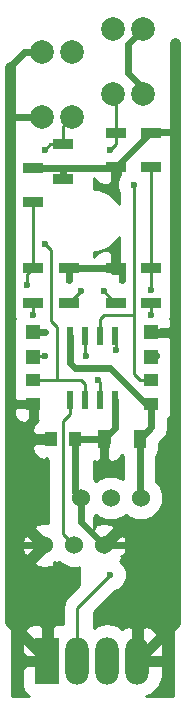
<source format=gtl>
G04 #@! TF.FileFunction,Copper,L1,Top,Signal*
%FSLAX46Y46*%
G04 Gerber Fmt 4.6, Leading zero omitted, Abs format (unit mm)*
G04 Created by KiCad (PCBNEW 4.0.4-stable) date 03/22/17 00:22:46*
%MOMM*%
%LPD*%
G01*
G04 APERTURE LIST*
%ADD10C,0.100000*%
%ADD11R,1.700000X0.900000*%
%ADD12R,2.000000X4.000000*%
%ADD13O,2.000000X4.000000*%
%ADD14C,1.524000*%
%ADD15R,1.000000X1.600000*%
%ADD16R,1.250000X1.000000*%
%ADD17R,1.198880X1.198880*%
%ADD18R,1.000000X1.250000*%
%ADD19C,2.000000*%
%ADD20R,0.600000X1.550000*%
%ADD21C,0.600000*%
%ADD22C,0.600000*%
%ADD23C,0.900000*%
%ADD24C,0.250000*%
%ADD25C,0.254000*%
G04 APERTURE END LIST*
D10*
D11*
X132000000Y-133050000D03*
X132000000Y-135950000D03*
X129000000Y-135950000D03*
X129000000Y-133050000D03*
X124500000Y-136950000D03*
X124500000Y-134050000D03*
X122000000Y-136050000D03*
X122000000Y-138950000D03*
D12*
X123190000Y-177800000D03*
D13*
X125730000Y-177800000D03*
X128270000Y-177800000D03*
X130810000Y-177800000D03*
D14*
X125460000Y-168000000D03*
X122920000Y-168000000D03*
X128000000Y-168000000D03*
X128540000Y-164000000D03*
X131080000Y-164000000D03*
X126000000Y-164000000D03*
D15*
X128000000Y-159000000D03*
X131000000Y-159000000D03*
D16*
X132000000Y-154000000D03*
X132000000Y-156000000D03*
X122000000Y-154000000D03*
X122000000Y-156000000D03*
D17*
X122000000Y-149950980D03*
X122000000Y-152049020D03*
D11*
X122000000Y-147450000D03*
X122000000Y-144550000D03*
X132000000Y-147450000D03*
X132000000Y-144550000D03*
D17*
X132000000Y-149950980D03*
X132000000Y-152049020D03*
D11*
X129000000Y-144550000D03*
X129000000Y-147450000D03*
X125000000Y-144550000D03*
X125000000Y-147450000D03*
D18*
X125500000Y-159000000D03*
X123500000Y-159000000D03*
D19*
X128730000Y-124250000D03*
X131270000Y-124250000D03*
X131270000Y-129750000D03*
X128730000Y-129750000D03*
X125270000Y-126250000D03*
X122730000Y-126250000D03*
X122730000Y-131750000D03*
X125270000Y-131750000D03*
D20*
X128905000Y-150300000D03*
X127635000Y-150300000D03*
X126365000Y-150300000D03*
X125095000Y-150300000D03*
X125095000Y-155700000D03*
X126365000Y-155700000D03*
X127635000Y-155700000D03*
X128905000Y-155700000D03*
D21*
X123000000Y-150000000D03*
X125000000Y-145500000D03*
X134000000Y-145500000D03*
X129500000Y-145500000D03*
X130500000Y-137500000D03*
X128500000Y-134500000D03*
X123000000Y-142500000D03*
X123000000Y-134500000D03*
X132500000Y-152000000D03*
X132000000Y-148500000D03*
X122000000Y-148500000D03*
X123000000Y-152000000D03*
X128500000Y-170500000D03*
X129000000Y-151500000D03*
X132000000Y-146400000D03*
X127500000Y-154000000D03*
X121500000Y-146000000D03*
X128000000Y-146500000D03*
X126000000Y-146500000D03*
X126500000Y-152000000D03*
D22*
X128000000Y-159000000D02*
X128905000Y-158095000D01*
X128905000Y-158095000D02*
X128905000Y-155700000D01*
X124500000Y-136050000D02*
X128900000Y-136050000D01*
X122000000Y-136050000D02*
X124500000Y-136050000D01*
X124500000Y-136950000D02*
X124500000Y-136050000D01*
D23*
X134000000Y-133000000D02*
X134000000Y-125500000D01*
X134000000Y-133000000D02*
X134000000Y-125500000D01*
X134000000Y-168000000D02*
X134000000Y-150000000D01*
X134000000Y-145500000D02*
X134000000Y-133000000D01*
D24*
X132000000Y-133050000D02*
X132050000Y-133000000D01*
X131900000Y-133050000D02*
X132000000Y-133050000D01*
X123000000Y-150000000D02*
X122950980Y-149950980D01*
D22*
X128900000Y-136050000D02*
X129000000Y-135950000D01*
X128900000Y-136050000D02*
X129000000Y-135950000D01*
D24*
X123000000Y-150000000D02*
X122950980Y-149950980D01*
X131900000Y-133050000D02*
X132000000Y-133050000D01*
X132000000Y-133050000D02*
X132050000Y-133000000D01*
D23*
X134000000Y-145500000D02*
X134000000Y-133000000D01*
X134000000Y-145500000D02*
X134000000Y-133000000D01*
D24*
X132000000Y-133050000D02*
X132050000Y-133000000D01*
X131900000Y-133050000D02*
X132000000Y-133050000D01*
X123000000Y-150000000D02*
X122950980Y-149950980D01*
D22*
X128900000Y-136050000D02*
X129000000Y-135950000D01*
X128900000Y-136050000D02*
X129000000Y-135950000D01*
X125000000Y-144550000D02*
X125000000Y-145500000D01*
X122950980Y-149950980D02*
X122000000Y-149950980D01*
D24*
X123000000Y-150000000D02*
X122950980Y-149950980D01*
D22*
X129000000Y-144550000D02*
X129500000Y-145050000D01*
X129500000Y-145050000D02*
X129500000Y-145500000D01*
X128000000Y-168000000D02*
X134000000Y-168000000D01*
X128000000Y-168000000D02*
X126000000Y-166000000D01*
X126000000Y-166000000D02*
X126000000Y-164000000D01*
X126000000Y-164000000D02*
X125500000Y-163500000D01*
X125500000Y-163500000D02*
X125500000Y-159000000D01*
X125500000Y-159000000D02*
X128000000Y-159000000D01*
D24*
X132000000Y-149950980D02*
X132049020Y-150000000D01*
D22*
X132049020Y-150000000D02*
X134000000Y-150000000D01*
X125000000Y-144550000D02*
X129000000Y-144550000D01*
X129000000Y-135950000D02*
X131900000Y-133050000D01*
D24*
X131900000Y-133050000D02*
X132000000Y-133050000D01*
X132000000Y-133050000D02*
X132050000Y-133000000D01*
D22*
X132050000Y-133000000D02*
X134000000Y-133000000D01*
D23*
X130810000Y-177800000D02*
X134000000Y-174610000D01*
X134000000Y-174610000D02*
X134000000Y-168000000D01*
X134000000Y-150000000D02*
X134000000Y-145500000D01*
X134000000Y-145500000D02*
X134000000Y-133000000D01*
D22*
X131270000Y-129750000D02*
X131270000Y-129270000D01*
X131270000Y-129270000D02*
X130000000Y-128000000D01*
X130000000Y-128000000D02*
X130000000Y-125520000D01*
X130000000Y-125520000D02*
X131270000Y-124250000D01*
X132000000Y-158000000D02*
X132000000Y-156000000D01*
D23*
X120000000Y-174500000D02*
X123190000Y-177690000D01*
X120000000Y-152000000D02*
X120000000Y-132000000D01*
D22*
X120000000Y-131750000D02*
X120000000Y-132000000D01*
X120000000Y-131750000D02*
X120000000Y-132000000D01*
D23*
X120000000Y-152000000D02*
X120000000Y-132000000D01*
X120000000Y-152000000D02*
X120000000Y-132000000D01*
D22*
X120000000Y-131750000D02*
X120000000Y-132000000D01*
X125095000Y-150300000D02*
X125095000Y-152595000D01*
X128500000Y-153000000D02*
X131500000Y-156000000D01*
X125500000Y-153000000D02*
X128500000Y-153000000D01*
X125095000Y-152595000D02*
X125500000Y-153000000D01*
X131500000Y-156000000D02*
X132000000Y-156000000D01*
X131080000Y-164000000D02*
X131000000Y-163920000D01*
X131000000Y-163920000D02*
X131000000Y-159000000D01*
X122920000Y-168000000D02*
X120000000Y-168000000D01*
X131000000Y-159000000D02*
X132000000Y-158000000D01*
X123500000Y-159000000D02*
X120000000Y-159000000D01*
X120000000Y-156000000D02*
X122000000Y-156000000D01*
X122730000Y-131750000D02*
X120000000Y-131750000D01*
X120000000Y-131750000D02*
X120000000Y-132000000D01*
D23*
X120000000Y-174500000D02*
X120000000Y-168000000D01*
X120000000Y-168000000D02*
X120000000Y-159000000D01*
X120000000Y-159000000D02*
X120000000Y-156000000D01*
X120000000Y-156000000D02*
X120000000Y-152000000D01*
X120000000Y-152000000D02*
X120000000Y-132000000D01*
X123190000Y-177800000D02*
X123190000Y-177690000D01*
D22*
X122730000Y-126250000D02*
X121250000Y-126250000D01*
D23*
X120000000Y-132000000D02*
X120000000Y-127500000D01*
D22*
X121250000Y-126250000D02*
X120000000Y-127500000D01*
D24*
X130500000Y-137500000D02*
X130500000Y-148500000D01*
X131000000Y-154000000D02*
X132000000Y-154000000D01*
X130500000Y-153500000D02*
X131000000Y-154000000D01*
X130500000Y-148500000D02*
X130500000Y-153500000D01*
X127635000Y-150300000D02*
X127635000Y-148865000D01*
X127635000Y-148865000D02*
X128000000Y-148500000D01*
X128000000Y-148500000D02*
X130500000Y-148500000D01*
X127635000Y-150300000D02*
X127635000Y-148865000D01*
X129000000Y-133050000D02*
X129000000Y-134000000D01*
X129000000Y-134000000D02*
X128500000Y-134500000D01*
X128730000Y-129750000D02*
X129000000Y-130020000D01*
X129000000Y-130020000D02*
X129000000Y-133050000D01*
X124000000Y-153500000D02*
X124000000Y-154000000D01*
X124000000Y-149500000D02*
X124000000Y-153500000D01*
X123500000Y-149000000D02*
X124000000Y-149500000D01*
X123500000Y-149000000D02*
X124000000Y-149500000D01*
X123500000Y-149000000D02*
X124000000Y-149500000D01*
X123500000Y-154000000D02*
X124000000Y-154000000D01*
X124000000Y-154000000D02*
X126000000Y-154000000D01*
X126000000Y-154000000D02*
X126365000Y-154365000D01*
X126365000Y-154365000D02*
X126365000Y-155700000D01*
X124500000Y-134050000D02*
X123450000Y-134050000D01*
X123500000Y-154000000D02*
X122000000Y-154000000D01*
X123500000Y-149000000D02*
X124000000Y-149500000D01*
X123500000Y-143000000D02*
X123500000Y-149000000D01*
X123000000Y-142500000D02*
X123500000Y-143000000D01*
X123450000Y-134050000D02*
X123000000Y-134500000D01*
X125270000Y-131750000D02*
X124500000Y-132520000D01*
X124500000Y-132520000D02*
X124500000Y-134050000D01*
X132500000Y-152000000D02*
X132450980Y-152049020D01*
X132500000Y-152000000D02*
X132450980Y-152049020D01*
X132500000Y-152000000D02*
X132450980Y-152049020D01*
X132000000Y-147450000D02*
X132000000Y-148500000D01*
X132500000Y-152000000D02*
X132450980Y-152049020D01*
X132450980Y-152049020D02*
X132000000Y-152049020D01*
X123000000Y-152000000D02*
X122049020Y-152000000D01*
X122000000Y-147450000D02*
X122000000Y-148500000D01*
X122049020Y-152000000D02*
X122000000Y-152049020D01*
X129000000Y-151500000D02*
X129000000Y-150395000D01*
X129000000Y-150395000D02*
X128905000Y-150300000D01*
X129000000Y-151500000D02*
X128905000Y-151405000D01*
X132000000Y-144550000D02*
X132000000Y-146400000D01*
X132000000Y-144550000D02*
X132000000Y-146400000D01*
X129000000Y-151500000D02*
X128905000Y-151405000D01*
X129000000Y-151500000D02*
X128905000Y-151405000D01*
X132000000Y-144550000D02*
X132000000Y-146400000D01*
X125730000Y-173270000D02*
X125730000Y-177800000D01*
X128500000Y-170500000D02*
X125730000Y-173270000D01*
X132000000Y-144550000D02*
X132000000Y-146400000D01*
X129000000Y-151500000D02*
X128905000Y-151405000D01*
X132000000Y-144550000D02*
X132000000Y-135950000D01*
X122000000Y-138950000D02*
X122000000Y-144550000D01*
X127635000Y-154135000D02*
X127635000Y-155700000D01*
X127500000Y-154000000D02*
X127635000Y-154135000D01*
X122000000Y-144550000D02*
X121500000Y-145050000D01*
X121500000Y-145050000D02*
X121500000Y-146000000D01*
X128000000Y-146500000D02*
X128950000Y-147450000D01*
X128950000Y-147450000D02*
X129000000Y-147450000D01*
X126000000Y-146500000D02*
X125050000Y-147450000D01*
X125050000Y-147450000D02*
X125000000Y-147450000D01*
X126365000Y-150300000D02*
X126365000Y-151865000D01*
X126365000Y-151865000D02*
X126500000Y-152000000D01*
X126365000Y-150300000D02*
X126365000Y-151865000D01*
X125460000Y-168000000D02*
X124500000Y-167040000D01*
X125095000Y-156905000D02*
X125095000Y-155700000D01*
X124500000Y-157500000D02*
X125095000Y-156905000D01*
X124500000Y-167040000D02*
X124500000Y-157500000D01*
D25*
G36*
X120326331Y-148701219D02*
X120431703Y-148773217D01*
X120342012Y-148904484D01*
X120251481Y-149351540D01*
X120251481Y-150550420D01*
X120330066Y-150968061D01*
X120347281Y-150994813D01*
X120342012Y-151002524D01*
X120251481Y-151449580D01*
X120251481Y-152648460D01*
X120325185Y-153040162D01*
X120316452Y-153052944D01*
X120225921Y-153500000D01*
X120225921Y-154500000D01*
X120304506Y-154917641D01*
X120360391Y-155004489D01*
X120248000Y-155275826D01*
X120248000Y-155468250D01*
X120529750Y-155750000D01*
X121687500Y-155750000D01*
X121687500Y-155649079D01*
X122312500Y-155649079D01*
X122312500Y-155750000D01*
X122393000Y-155750000D01*
X122393000Y-156250000D01*
X122312500Y-156250000D01*
X122312500Y-157345250D01*
X122379439Y-157412189D01*
X122361606Y-157419575D01*
X122044576Y-157736606D01*
X121873000Y-158150826D01*
X121873000Y-158405750D01*
X122154750Y-158687500D01*
X123248000Y-158687500D01*
X123248000Y-159312500D01*
X122154750Y-159312500D01*
X121873000Y-159594250D01*
X121873000Y-159849174D01*
X122044576Y-160263394D01*
X122361606Y-160580425D01*
X122775826Y-160752000D01*
X122968250Y-160752000D01*
X123126998Y-160593252D01*
X123126998Y-160752000D01*
X123248000Y-160752000D01*
X123248000Y-166135893D01*
X122998411Y-166075589D01*
X122256003Y-166192069D01*
X122111117Y-166252082D01*
X122051396Y-166603894D01*
X122920000Y-167472498D01*
X122934142Y-167458356D01*
X123461644Y-167985858D01*
X123447502Y-168000000D01*
X123461644Y-168014142D01*
X122934142Y-168541644D01*
X122920000Y-168527502D01*
X122051396Y-169396106D01*
X122111117Y-169747918D01*
X122841589Y-169924411D01*
X123583997Y-169807931D01*
X123728883Y-169747918D01*
X123788604Y-169396108D01*
X124016382Y-169623886D01*
X124214330Y-169425938D01*
X124388570Y-169600483D01*
X125082606Y-169888672D01*
X125834097Y-169889327D01*
X125873000Y-169873253D01*
X125873000Y-171356404D01*
X124844702Y-172384702D01*
X124573303Y-172790880D01*
X124478000Y-173270000D01*
X124478000Y-174699438D01*
X124414174Y-174673000D01*
X123844750Y-174673000D01*
X123563000Y-174954750D01*
X123563000Y-177427000D01*
X123583000Y-177427000D01*
X123583000Y-178173000D01*
X123563000Y-178173000D01*
X123563000Y-178193000D01*
X122817000Y-178193000D01*
X122817000Y-178173000D01*
X121344750Y-178173000D01*
X121063000Y-178454750D01*
X121063000Y-180024174D01*
X121234575Y-180438394D01*
X121551606Y-180755424D01*
X121654393Y-180798000D01*
X120202000Y-180798000D01*
X120202000Y-175575826D01*
X121063000Y-175575826D01*
X121063000Y-177145250D01*
X121344750Y-177427000D01*
X122817000Y-177427000D01*
X122817000Y-174954750D01*
X122535250Y-174673000D01*
X121965826Y-174673000D01*
X121551606Y-174844576D01*
X121234575Y-175161606D01*
X121063000Y-175575826D01*
X120202000Y-175575826D01*
X120202000Y-167921589D01*
X120995589Y-167921589D01*
X121112069Y-168663997D01*
X121172082Y-168808883D01*
X121523894Y-168868604D01*
X122392498Y-168000000D01*
X121523894Y-167131396D01*
X121172082Y-167191117D01*
X120995589Y-167921589D01*
X120202000Y-167921589D01*
X120202000Y-156531750D01*
X120248000Y-156531750D01*
X120248000Y-156724174D01*
X120419575Y-157138394D01*
X120736606Y-157455424D01*
X121150826Y-157627000D01*
X121405750Y-157627000D01*
X121687500Y-157345250D01*
X121687500Y-156250000D01*
X120529750Y-156250000D01*
X120248000Y-156531750D01*
X120202000Y-156531750D01*
X120202000Y-148508003D01*
X120326331Y-148701219D01*
X120326331Y-148701219D01*
G37*
X120326331Y-148701219D02*
X120431703Y-148773217D01*
X120342012Y-148904484D01*
X120251481Y-149351540D01*
X120251481Y-150550420D01*
X120330066Y-150968061D01*
X120347281Y-150994813D01*
X120342012Y-151002524D01*
X120251481Y-151449580D01*
X120251481Y-152648460D01*
X120325185Y-153040162D01*
X120316452Y-153052944D01*
X120225921Y-153500000D01*
X120225921Y-154500000D01*
X120304506Y-154917641D01*
X120360391Y-155004489D01*
X120248000Y-155275826D01*
X120248000Y-155468250D01*
X120529750Y-155750000D01*
X121687500Y-155750000D01*
X121687500Y-155649079D01*
X122312500Y-155649079D01*
X122312500Y-155750000D01*
X122393000Y-155750000D01*
X122393000Y-156250000D01*
X122312500Y-156250000D01*
X122312500Y-157345250D01*
X122379439Y-157412189D01*
X122361606Y-157419575D01*
X122044576Y-157736606D01*
X121873000Y-158150826D01*
X121873000Y-158405750D01*
X122154750Y-158687500D01*
X123248000Y-158687500D01*
X123248000Y-159312500D01*
X122154750Y-159312500D01*
X121873000Y-159594250D01*
X121873000Y-159849174D01*
X122044576Y-160263394D01*
X122361606Y-160580425D01*
X122775826Y-160752000D01*
X122968250Y-160752000D01*
X123126998Y-160593252D01*
X123126998Y-160752000D01*
X123248000Y-160752000D01*
X123248000Y-166135893D01*
X122998411Y-166075589D01*
X122256003Y-166192069D01*
X122111117Y-166252082D01*
X122051396Y-166603894D01*
X122920000Y-167472498D01*
X122934142Y-167458356D01*
X123461644Y-167985858D01*
X123447502Y-168000000D01*
X123461644Y-168014142D01*
X122934142Y-168541644D01*
X122920000Y-168527502D01*
X122051396Y-169396106D01*
X122111117Y-169747918D01*
X122841589Y-169924411D01*
X123583997Y-169807931D01*
X123728883Y-169747918D01*
X123788604Y-169396108D01*
X124016382Y-169623886D01*
X124214330Y-169425938D01*
X124388570Y-169600483D01*
X125082606Y-169888672D01*
X125834097Y-169889327D01*
X125873000Y-169873253D01*
X125873000Y-171356404D01*
X124844702Y-172384702D01*
X124573303Y-172790880D01*
X124478000Y-173270000D01*
X124478000Y-174699438D01*
X124414174Y-174673000D01*
X123844750Y-174673000D01*
X123563000Y-174954750D01*
X123563000Y-177427000D01*
X123583000Y-177427000D01*
X123583000Y-178173000D01*
X123563000Y-178173000D01*
X123563000Y-178193000D01*
X122817000Y-178193000D01*
X122817000Y-178173000D01*
X121344750Y-178173000D01*
X121063000Y-178454750D01*
X121063000Y-180024174D01*
X121234575Y-180438394D01*
X121551606Y-180755424D01*
X121654393Y-180798000D01*
X120202000Y-180798000D01*
X120202000Y-175575826D01*
X121063000Y-175575826D01*
X121063000Y-177145250D01*
X121344750Y-177427000D01*
X122817000Y-177427000D01*
X122817000Y-174954750D01*
X122535250Y-174673000D01*
X121965826Y-174673000D01*
X121551606Y-174844576D01*
X121234575Y-175161606D01*
X121063000Y-175575826D01*
X120202000Y-175575826D01*
X120202000Y-167921589D01*
X120995589Y-167921589D01*
X121112069Y-168663997D01*
X121172082Y-168808883D01*
X121523894Y-168868604D01*
X122392498Y-168000000D01*
X121523894Y-167131396D01*
X121172082Y-167191117D01*
X120995589Y-167921589D01*
X120202000Y-167921589D01*
X120202000Y-156531750D01*
X120248000Y-156531750D01*
X120248000Y-156724174D01*
X120419575Y-157138394D01*
X120736606Y-157455424D01*
X121150826Y-157627000D01*
X121405750Y-157627000D01*
X121687500Y-157345250D01*
X121687500Y-156250000D01*
X120529750Y-156250000D01*
X120248000Y-156531750D01*
X120202000Y-156531750D01*
X120202000Y-148508003D01*
X120326331Y-148701219D01*
G36*
X123143124Y-131607338D02*
X123142875Y-131892911D01*
X122744142Y-132291644D01*
X122730000Y-132277502D01*
X122715858Y-132291644D01*
X122188356Y-131764142D01*
X122202498Y-131750000D01*
X122188356Y-131735858D01*
X122546823Y-131377391D01*
X122570740Y-131377412D01*
X122813069Y-131277283D01*
X123143124Y-131607338D01*
X123143124Y-131607338D01*
G37*
X123143124Y-131607338D02*
X123142875Y-131892911D01*
X122744142Y-132291644D01*
X122730000Y-132277502D01*
X122715858Y-132291644D01*
X122188356Y-131764142D01*
X122202498Y-131750000D01*
X122188356Y-131735858D01*
X122546823Y-131377391D01*
X122570740Y-131377412D01*
X122813069Y-131277283D01*
X123143124Y-131607338D01*
G36*
X123143124Y-126107338D02*
X123142875Y-126392911D01*
X122813353Y-126722433D01*
X122574889Y-126623414D01*
X122547604Y-126623390D01*
X122188356Y-126264142D01*
X122202498Y-126250000D01*
X122188356Y-126235858D01*
X122715858Y-125708356D01*
X122730000Y-125722498D01*
X122744142Y-125708356D01*
X123143124Y-126107338D01*
X123143124Y-126107338D01*
G37*
X123143124Y-126107338D02*
X123142875Y-126392911D01*
X122813353Y-126722433D01*
X122574889Y-126623414D01*
X122547604Y-126623390D01*
X122188356Y-126264142D01*
X122202498Y-126250000D01*
X122188356Y-126235858D01*
X122715858Y-125708356D01*
X122730000Y-125722498D01*
X122744142Y-125708356D01*
X123143124Y-126107338D01*
G36*
X133798000Y-180798000D02*
X131532754Y-180798000D01*
X132050265Y-180567767D01*
X132632351Y-179958575D01*
X132937000Y-179173000D01*
X132937000Y-178173000D01*
X131183000Y-178173000D01*
X131183000Y-178193000D01*
X130437000Y-178193000D01*
X130437000Y-178173000D01*
X130417000Y-178173000D01*
X130417000Y-177427000D01*
X130437000Y-177427000D01*
X130437000Y-174992842D01*
X131183000Y-174992842D01*
X131183000Y-177427000D01*
X132937000Y-177427000D01*
X132937000Y-176427000D01*
X132632351Y-175641425D01*
X132050265Y-175032233D01*
X131505988Y-174790092D01*
X131183000Y-174992842D01*
X130437000Y-174992842D01*
X130114012Y-174790092D01*
X129569735Y-175032233D01*
X129531250Y-175072510D01*
X129083968Y-174773646D01*
X128270000Y-174611738D01*
X127456032Y-174773646D01*
X127127000Y-174993498D01*
X127127000Y-173643596D01*
X128886120Y-171884476D01*
X129307275Y-171710457D01*
X129709047Y-171309386D01*
X129926752Y-170785093D01*
X129927248Y-170217397D01*
X129710457Y-169692725D01*
X129369298Y-169350970D01*
X129623886Y-169096382D01*
X129396108Y-168868604D01*
X129747918Y-168808883D01*
X129924411Y-168078411D01*
X129807931Y-167336003D01*
X129747918Y-167191117D01*
X129396106Y-167131396D01*
X128527502Y-168000000D01*
X128541644Y-168014142D01*
X128014142Y-168541644D01*
X128000000Y-168527502D01*
X127985858Y-168541644D01*
X127458356Y-168014142D01*
X127472498Y-168000000D01*
X127458356Y-167985858D01*
X127985858Y-167458356D01*
X128000000Y-167472498D01*
X128868604Y-166603894D01*
X128808883Y-166252082D01*
X128078411Y-166075589D01*
X127336003Y-166192069D01*
X127191117Y-166252082D01*
X127131396Y-166603892D01*
X127127000Y-166599496D01*
X127127000Y-165593268D01*
X127294330Y-165425938D01*
X127468570Y-165600483D01*
X128162606Y-165888672D01*
X128914097Y-165889327D01*
X129608635Y-165602350D01*
X129809885Y-165401451D01*
X130008570Y-165600483D01*
X130702606Y-165888672D01*
X131454097Y-165889327D01*
X132148635Y-165602350D01*
X132680483Y-165071430D01*
X132968672Y-164377394D01*
X132969327Y-163625903D01*
X132682350Y-162931365D01*
X132427000Y-162675569D01*
X132427000Y-160439583D01*
X132558548Y-160247056D01*
X132649079Y-159800000D01*
X132649079Y-159369004D01*
X133009042Y-159009041D01*
X133318376Y-158546089D01*
X133427000Y-158000000D01*
X133427000Y-157322526D01*
X133683548Y-156947056D01*
X133774079Y-156500000D01*
X133774079Y-155500000D01*
X133695494Y-155082359D01*
X133644862Y-155003675D01*
X133683548Y-154947056D01*
X133774079Y-154500000D01*
X133774079Y-153500000D01*
X133695494Y-153082359D01*
X133668992Y-153041174D01*
X133722484Y-152777027D01*
X133798000Y-152595163D01*
X133798000Y-180798000D01*
X133798000Y-180798000D01*
G37*
X133798000Y-180798000D02*
X131532754Y-180798000D01*
X132050265Y-180567767D01*
X132632351Y-179958575D01*
X132937000Y-179173000D01*
X132937000Y-178173000D01*
X131183000Y-178173000D01*
X131183000Y-178193000D01*
X130437000Y-178193000D01*
X130437000Y-178173000D01*
X130417000Y-178173000D01*
X130417000Y-177427000D01*
X130437000Y-177427000D01*
X130437000Y-174992842D01*
X131183000Y-174992842D01*
X131183000Y-177427000D01*
X132937000Y-177427000D01*
X132937000Y-176427000D01*
X132632351Y-175641425D01*
X132050265Y-175032233D01*
X131505988Y-174790092D01*
X131183000Y-174992842D01*
X130437000Y-174992842D01*
X130114012Y-174790092D01*
X129569735Y-175032233D01*
X129531250Y-175072510D01*
X129083968Y-174773646D01*
X128270000Y-174611738D01*
X127456032Y-174773646D01*
X127127000Y-174993498D01*
X127127000Y-173643596D01*
X128886120Y-171884476D01*
X129307275Y-171710457D01*
X129709047Y-171309386D01*
X129926752Y-170785093D01*
X129927248Y-170217397D01*
X129710457Y-169692725D01*
X129369298Y-169350970D01*
X129623886Y-169096382D01*
X129396108Y-168868604D01*
X129747918Y-168808883D01*
X129924411Y-168078411D01*
X129807931Y-167336003D01*
X129747918Y-167191117D01*
X129396106Y-167131396D01*
X128527502Y-168000000D01*
X128541644Y-168014142D01*
X128014142Y-168541644D01*
X128000000Y-168527502D01*
X127985858Y-168541644D01*
X127458356Y-168014142D01*
X127472498Y-168000000D01*
X127458356Y-167985858D01*
X127985858Y-167458356D01*
X128000000Y-167472498D01*
X128868604Y-166603894D01*
X128808883Y-166252082D01*
X128078411Y-166075589D01*
X127336003Y-166192069D01*
X127191117Y-166252082D01*
X127131396Y-166603892D01*
X127127000Y-166599496D01*
X127127000Y-165593268D01*
X127294330Y-165425938D01*
X127468570Y-165600483D01*
X128162606Y-165888672D01*
X128914097Y-165889327D01*
X129608635Y-165602350D01*
X129809885Y-165401451D01*
X130008570Y-165600483D01*
X130702606Y-165888672D01*
X131454097Y-165889327D01*
X132148635Y-165602350D01*
X132680483Y-165071430D01*
X132968672Y-164377394D01*
X132969327Y-163625903D01*
X132682350Y-162931365D01*
X132427000Y-162675569D01*
X132427000Y-160439583D01*
X132558548Y-160247056D01*
X132649079Y-159800000D01*
X132649079Y-159369004D01*
X133009042Y-159009041D01*
X133318376Y-158546089D01*
X133427000Y-158000000D01*
X133427000Y-157322526D01*
X133683548Y-156947056D01*
X133774079Y-156500000D01*
X133774079Y-155500000D01*
X133695494Y-155082359D01*
X133644862Y-155003675D01*
X133683548Y-154947056D01*
X133774079Y-154500000D01*
X133774079Y-153500000D01*
X133695494Y-153082359D01*
X133668992Y-153041174D01*
X133722484Y-152777027D01*
X133798000Y-152595163D01*
X133798000Y-180798000D01*
G36*
X128250000Y-158627000D02*
X128393000Y-158627000D01*
X128393000Y-159373000D01*
X128250000Y-159373000D01*
X128250000Y-160645250D01*
X128531750Y-160927000D01*
X128724174Y-160927000D01*
X129138394Y-160755425D01*
X129455424Y-160438394D01*
X129500904Y-160328597D01*
X129573000Y-160440638D01*
X129573000Y-162383559D01*
X128917394Y-162111328D01*
X128165903Y-162110673D01*
X127471365Y-162397650D01*
X127294487Y-162574219D01*
X127127000Y-162406732D01*
X127127000Y-160865354D01*
X127275826Y-160927000D01*
X127468250Y-160927000D01*
X127750000Y-160645250D01*
X127750000Y-159373000D01*
X127607000Y-159373000D01*
X127607000Y-158627000D01*
X127750000Y-158627000D01*
X127750000Y-158607000D01*
X128250000Y-158607000D01*
X128250000Y-158627000D01*
X128250000Y-158627000D01*
G37*
X128250000Y-158627000D02*
X128393000Y-158627000D01*
X128393000Y-159373000D01*
X128250000Y-159373000D01*
X128250000Y-160645250D01*
X128531750Y-160927000D01*
X128724174Y-160927000D01*
X129138394Y-160755425D01*
X129455424Y-160438394D01*
X129500904Y-160328597D01*
X129573000Y-160440638D01*
X129573000Y-162383559D01*
X128917394Y-162111328D01*
X128165903Y-162110673D01*
X127471365Y-162397650D01*
X127294487Y-162574219D01*
X127127000Y-162406732D01*
X127127000Y-160865354D01*
X127275826Y-160927000D01*
X127468250Y-160927000D01*
X127750000Y-160645250D01*
X127750000Y-159373000D01*
X127607000Y-159373000D01*
X127607000Y-158627000D01*
X127750000Y-158627000D01*
X127750000Y-158607000D01*
X128250000Y-158607000D01*
X128250000Y-158627000D01*
G36*
X133798000Y-151404594D02*
X133710457Y-151192725D01*
X133697803Y-151180049D01*
X133669934Y-151031939D01*
X133639461Y-150984582D01*
X133726440Y-150774594D01*
X133726440Y-150532450D01*
X133444690Y-150250700D01*
X132299720Y-150250700D01*
X132299720Y-150300501D01*
X131752000Y-150300501D01*
X131752000Y-149926784D01*
X132282603Y-149927248D01*
X132807275Y-149710457D01*
X132866575Y-149651260D01*
X133444690Y-149651260D01*
X133726440Y-149369510D01*
X133726440Y-149127366D01*
X133578584Y-148770408D01*
X133651219Y-148723669D01*
X133798000Y-148508848D01*
X133798000Y-151404594D01*
X133798000Y-151404594D01*
G37*
X133798000Y-151404594D02*
X133710457Y-151192725D01*
X133697803Y-151180049D01*
X133669934Y-151031939D01*
X133639461Y-150984582D01*
X133726440Y-150774594D01*
X133726440Y-150532450D01*
X133444690Y-150250700D01*
X132299720Y-150250700D01*
X132299720Y-150300501D01*
X131752000Y-150300501D01*
X131752000Y-149926784D01*
X132282603Y-149927248D01*
X132807275Y-149710457D01*
X132866575Y-149651260D01*
X133444690Y-149651260D01*
X133726440Y-149369510D01*
X133726440Y-149127366D01*
X133578584Y-148770408D01*
X133651219Y-148723669D01*
X133798000Y-148508848D01*
X133798000Y-151404594D01*
G36*
X129248000Y-144943000D02*
X128627000Y-144943000D01*
X128627000Y-144775000D01*
X128607000Y-144775000D01*
X128607000Y-144325000D01*
X128627000Y-144325000D01*
X128627000Y-143254750D01*
X128345250Y-142973000D01*
X127925826Y-142973000D01*
X127511606Y-143144576D01*
X127194575Y-143461606D01*
X127127000Y-143624747D01*
X127127000Y-143127112D01*
X127520250Y-143127455D01*
X128486132Y-142728361D01*
X129225764Y-141990019D01*
X129248000Y-141936469D01*
X129248000Y-144943000D01*
X129248000Y-144943000D01*
G37*
X129248000Y-144943000D02*
X128627000Y-144943000D01*
X128627000Y-144775000D01*
X128607000Y-144775000D01*
X128607000Y-144325000D01*
X128627000Y-144325000D01*
X128627000Y-143254750D01*
X128345250Y-142973000D01*
X127925826Y-142973000D01*
X127511606Y-143144576D01*
X127194575Y-143461606D01*
X127127000Y-143624747D01*
X127127000Y-143127112D01*
X127520250Y-143127455D01*
X128486132Y-142728361D01*
X129225764Y-141990019D01*
X129248000Y-141936469D01*
X129248000Y-144943000D01*
G36*
X129373000Y-135725000D02*
X129393000Y-135725000D01*
X129393000Y-136175000D01*
X129373000Y-136175000D01*
X129373000Y-136608710D01*
X129290953Y-136690614D01*
X129073248Y-137214907D01*
X129072752Y-137782603D01*
X129248000Y-138206734D01*
X129248000Y-139061398D01*
X129228361Y-139013868D01*
X128490019Y-138274236D01*
X127524835Y-137873457D01*
X127127000Y-137873110D01*
X127127000Y-136875253D01*
X127194575Y-137038394D01*
X127511606Y-137355424D01*
X127925826Y-137527000D01*
X128345250Y-137527000D01*
X128627000Y-137245250D01*
X128627000Y-136175000D01*
X128607000Y-136175000D01*
X128607000Y-135927095D01*
X128782603Y-135927248D01*
X129307275Y-135710457D01*
X129373000Y-135644847D01*
X129373000Y-135725000D01*
X129373000Y-135725000D01*
G37*
X129373000Y-135725000D02*
X129393000Y-135725000D01*
X129393000Y-136175000D01*
X129373000Y-136175000D01*
X129373000Y-136608710D01*
X129290953Y-136690614D01*
X129073248Y-137214907D01*
X129072752Y-137782603D01*
X129248000Y-138206734D01*
X129248000Y-139061398D01*
X129228361Y-139013868D01*
X128490019Y-138274236D01*
X127524835Y-137873457D01*
X127127000Y-137873110D01*
X127127000Y-136875253D01*
X127194575Y-137038394D01*
X127511606Y-137355424D01*
X127925826Y-137527000D01*
X128345250Y-137527000D01*
X128627000Y-137245250D01*
X128627000Y-136175000D01*
X128607000Y-136175000D01*
X128607000Y-135927095D01*
X128782603Y-135927248D01*
X129307275Y-135710457D01*
X129373000Y-135644847D01*
X129373000Y-135725000D01*
M02*

</source>
